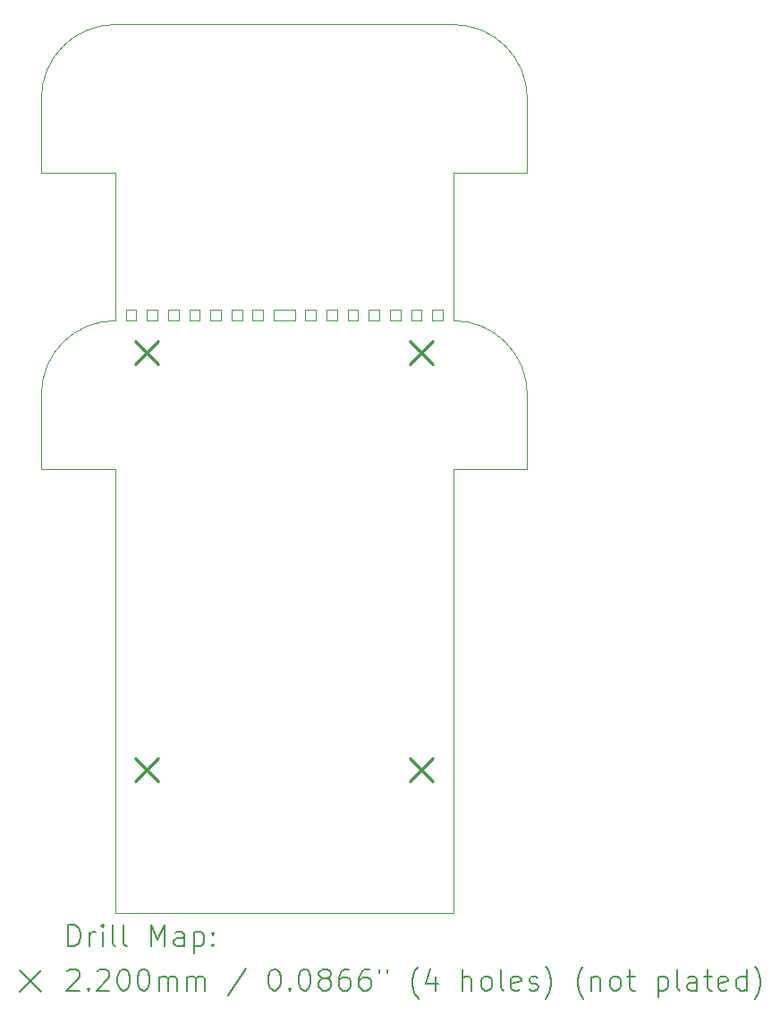
<source format=gbr>
%TF.GenerationSoftware,KiCad,Pcbnew,7.0.9*%
%TF.CreationDate,2024-02-03T23:12:48-08:00*%
%TF.ProjectId,micromouse,6d696372-6f6d-46f7-9573-652e6b696361,rev?*%
%TF.SameCoordinates,Original*%
%TF.FileFunction,Drillmap*%
%TF.FilePolarity,Positive*%
%FSLAX45Y45*%
G04 Gerber Fmt 4.5, Leading zero omitted, Abs format (unit mm)*
G04 Created by KiCad (PCBNEW 7.0.9) date 2024-02-03 23:12:48*
%MOMM*%
%LPD*%
G01*
G04 APERTURE LIST*
%ADD10C,0.100000*%
%ADD11C,0.200000*%
%ADD12C,0.220000*%
G04 APERTURE END LIST*
D10*
X14800000Y-8400000D02*
X14600000Y-8400000D01*
X14800000Y-8500000D02*
X14800000Y-8400000D01*
X14600000Y-8500000D02*
X14800000Y-8500000D01*
X14600000Y-8400000D02*
X14600000Y-8500000D01*
X14400000Y-8500000D02*
X14400000Y-8400000D01*
X14500000Y-8400000D02*
X14500000Y-8500000D01*
X14500000Y-8400000D02*
X14400000Y-8400000D01*
X14400000Y-8500000D02*
X14500000Y-8500000D01*
X14400000Y-8400000D02*
X14400000Y-8500000D01*
X14500000Y-8400000D02*
X14500000Y-8500000D01*
X14300000Y-8400000D02*
X14300000Y-8500000D01*
X14300000Y-8400000D02*
X14200000Y-8400000D01*
X14200000Y-8400000D02*
X14200000Y-8500000D01*
X14200000Y-8500000D02*
X14300000Y-8500000D01*
X14100000Y-8400000D02*
X14000000Y-8400000D01*
X14000000Y-8400000D02*
X14000000Y-8500000D01*
X14100000Y-8400000D02*
X14100000Y-8500000D01*
X14000000Y-8500000D02*
X14100000Y-8500000D01*
X13700000Y-8400000D02*
X13700000Y-8500000D01*
X13700000Y-8400000D02*
X13600000Y-8400000D01*
X13800000Y-8400000D02*
X13800000Y-8500000D01*
X13800000Y-8500000D02*
X13900000Y-8500000D01*
X13600000Y-8500000D02*
X13700000Y-8500000D01*
X13600000Y-8400000D02*
X13600000Y-8500000D01*
X13900000Y-8400000D02*
X13900000Y-8500000D01*
X13600000Y-8500000D02*
X13600000Y-8400000D01*
X13900000Y-8400000D02*
X13800000Y-8400000D01*
X13500000Y-8400000D02*
X13400000Y-8400000D01*
X13500000Y-8500000D02*
X13500000Y-8400000D01*
X13400000Y-8500000D02*
X13500000Y-8500000D01*
X13400000Y-8400000D02*
X13400000Y-8500000D01*
X13300000Y-8400000D02*
X13200000Y-8400000D01*
X13300000Y-8500000D02*
X13300000Y-8400000D01*
X13200000Y-8500000D02*
X13300000Y-8500000D01*
X13200000Y-8400000D02*
X13200000Y-8500000D01*
X15000000Y-8400000D02*
X14900000Y-8400000D01*
X15100000Y-8500000D02*
X15200000Y-8500000D01*
X14900000Y-8500000D02*
X15000000Y-8500000D01*
X15200000Y-8400000D02*
X15100000Y-8400000D01*
X15100000Y-8400000D02*
X15100000Y-8500000D01*
X15000000Y-8400000D02*
X15000000Y-8500000D01*
X14900000Y-8400000D02*
X14900000Y-8500000D01*
X15200000Y-8400000D02*
X15200000Y-8500000D01*
X15300000Y-8500000D02*
X15400000Y-8500000D01*
X15400000Y-8400000D02*
X15300000Y-8400000D01*
X15500000Y-8500000D02*
X15600000Y-8500000D01*
X15500000Y-8400000D02*
X15500000Y-8500000D01*
X15600000Y-8400000D02*
X15500000Y-8400000D01*
X15700000Y-8500000D02*
X15800000Y-8500000D01*
X15800000Y-8400000D02*
X15700000Y-8400000D01*
X15900000Y-8500000D02*
X16000000Y-8500000D01*
X16000000Y-8400000D02*
X15900000Y-8400000D01*
X16100000Y-8500000D02*
X16200000Y-8500000D01*
X16200000Y-8400000D02*
X16100000Y-8400000D01*
X16100000Y-8400000D02*
X16100000Y-8500000D01*
X15800000Y-8400000D02*
X15800000Y-8500000D01*
X16000000Y-8400000D02*
X16000000Y-8500000D01*
X15500000Y-8500000D02*
X15500000Y-8400000D01*
X15400000Y-8400000D02*
X15400000Y-8500000D01*
X15900000Y-8400000D02*
X15900000Y-8500000D01*
X15600000Y-8400000D02*
X15600000Y-8500000D01*
X15700000Y-8400000D02*
X15700000Y-8500000D01*
X15300000Y-8400000D02*
X15300000Y-8500000D01*
X17000000Y-6400000D02*
G75*
G03*
X16300000Y-5700000I-700000J0D01*
G01*
X13100000Y-5700000D02*
X16300000Y-5700000D01*
X12400000Y-7100000D02*
X12400000Y-6400000D01*
X13100000Y-8500000D02*
G75*
G03*
X12400000Y-9200000I0J-700000D01*
G01*
X16300000Y-8500000D02*
X16300000Y-7100000D01*
X12400000Y-9900000D02*
X13100000Y-9900000D01*
X12400000Y-7100000D02*
X13100000Y-7100000D01*
X13100000Y-14100000D02*
X16300000Y-14100000D01*
X16200000Y-8400000D02*
X16200000Y-8500000D01*
X13100000Y-14100000D02*
X13100000Y-9900000D01*
X17000000Y-9900000D02*
X17000000Y-9200000D01*
X17000000Y-7100000D02*
X17000000Y-6400000D01*
X13100000Y-7100000D02*
X13100000Y-8500000D01*
X17000000Y-9900000D02*
X16300000Y-9900000D01*
X16300000Y-9900000D02*
X16300000Y-14100000D01*
X12400000Y-9900000D02*
X12400000Y-9200000D01*
X17000000Y-9200000D02*
G75*
G03*
X16300000Y-8500000I-700000J0D01*
G01*
X17000000Y-7100000D02*
X16300000Y-7100000D01*
X13100000Y-5700000D02*
G75*
G03*
X12400000Y-6400000I0J-700000D01*
G01*
D11*
D12*
X13290000Y-8690000D02*
X13510000Y-8910000D01*
X13510000Y-8690000D02*
X13290000Y-8910000D01*
X13290000Y-12640000D02*
X13510000Y-12860000D01*
X13510000Y-12640000D02*
X13290000Y-12860000D01*
X15890000Y-8690000D02*
X16110000Y-8910000D01*
X16110000Y-8690000D02*
X15890000Y-8910000D01*
X15890000Y-12640000D02*
X16110000Y-12860000D01*
X16110000Y-12640000D02*
X15890000Y-12860000D01*
D11*
X12655777Y-14416484D02*
X12655777Y-14216484D01*
X12655777Y-14216484D02*
X12703396Y-14216484D01*
X12703396Y-14216484D02*
X12731967Y-14226008D01*
X12731967Y-14226008D02*
X12751015Y-14245055D01*
X12751015Y-14245055D02*
X12760538Y-14264103D01*
X12760538Y-14264103D02*
X12770062Y-14302198D01*
X12770062Y-14302198D02*
X12770062Y-14330769D01*
X12770062Y-14330769D02*
X12760538Y-14368865D01*
X12760538Y-14368865D02*
X12751015Y-14387912D01*
X12751015Y-14387912D02*
X12731967Y-14406960D01*
X12731967Y-14406960D02*
X12703396Y-14416484D01*
X12703396Y-14416484D02*
X12655777Y-14416484D01*
X12855777Y-14416484D02*
X12855777Y-14283150D01*
X12855777Y-14321246D02*
X12865300Y-14302198D01*
X12865300Y-14302198D02*
X12874824Y-14292674D01*
X12874824Y-14292674D02*
X12893872Y-14283150D01*
X12893872Y-14283150D02*
X12912919Y-14283150D01*
X12979586Y-14416484D02*
X12979586Y-14283150D01*
X12979586Y-14216484D02*
X12970062Y-14226008D01*
X12970062Y-14226008D02*
X12979586Y-14235531D01*
X12979586Y-14235531D02*
X12989110Y-14226008D01*
X12989110Y-14226008D02*
X12979586Y-14216484D01*
X12979586Y-14216484D02*
X12979586Y-14235531D01*
X13103396Y-14416484D02*
X13084348Y-14406960D01*
X13084348Y-14406960D02*
X13074824Y-14387912D01*
X13074824Y-14387912D02*
X13074824Y-14216484D01*
X13208157Y-14416484D02*
X13189110Y-14406960D01*
X13189110Y-14406960D02*
X13179586Y-14387912D01*
X13179586Y-14387912D02*
X13179586Y-14216484D01*
X13436729Y-14416484D02*
X13436729Y-14216484D01*
X13436729Y-14216484D02*
X13503396Y-14359341D01*
X13503396Y-14359341D02*
X13570062Y-14216484D01*
X13570062Y-14216484D02*
X13570062Y-14416484D01*
X13751015Y-14416484D02*
X13751015Y-14311722D01*
X13751015Y-14311722D02*
X13741491Y-14292674D01*
X13741491Y-14292674D02*
X13722443Y-14283150D01*
X13722443Y-14283150D02*
X13684348Y-14283150D01*
X13684348Y-14283150D02*
X13665300Y-14292674D01*
X13751015Y-14406960D02*
X13731967Y-14416484D01*
X13731967Y-14416484D02*
X13684348Y-14416484D01*
X13684348Y-14416484D02*
X13665300Y-14406960D01*
X13665300Y-14406960D02*
X13655777Y-14387912D01*
X13655777Y-14387912D02*
X13655777Y-14368865D01*
X13655777Y-14368865D02*
X13665300Y-14349817D01*
X13665300Y-14349817D02*
X13684348Y-14340293D01*
X13684348Y-14340293D02*
X13731967Y-14340293D01*
X13731967Y-14340293D02*
X13751015Y-14330769D01*
X13846253Y-14283150D02*
X13846253Y-14483150D01*
X13846253Y-14292674D02*
X13865300Y-14283150D01*
X13865300Y-14283150D02*
X13903396Y-14283150D01*
X13903396Y-14283150D02*
X13922443Y-14292674D01*
X13922443Y-14292674D02*
X13931967Y-14302198D01*
X13931967Y-14302198D02*
X13941491Y-14321246D01*
X13941491Y-14321246D02*
X13941491Y-14378388D01*
X13941491Y-14378388D02*
X13931967Y-14397436D01*
X13931967Y-14397436D02*
X13922443Y-14406960D01*
X13922443Y-14406960D02*
X13903396Y-14416484D01*
X13903396Y-14416484D02*
X13865300Y-14416484D01*
X13865300Y-14416484D02*
X13846253Y-14406960D01*
X14027205Y-14397436D02*
X14036729Y-14406960D01*
X14036729Y-14406960D02*
X14027205Y-14416484D01*
X14027205Y-14416484D02*
X14017681Y-14406960D01*
X14017681Y-14406960D02*
X14027205Y-14397436D01*
X14027205Y-14397436D02*
X14027205Y-14416484D01*
X14027205Y-14292674D02*
X14036729Y-14302198D01*
X14036729Y-14302198D02*
X14027205Y-14311722D01*
X14027205Y-14311722D02*
X14017681Y-14302198D01*
X14017681Y-14302198D02*
X14027205Y-14292674D01*
X14027205Y-14292674D02*
X14027205Y-14311722D01*
X12195000Y-14645000D02*
X12395000Y-14845000D01*
X12395000Y-14645000D02*
X12195000Y-14845000D01*
X12646253Y-14655531D02*
X12655777Y-14646008D01*
X12655777Y-14646008D02*
X12674824Y-14636484D01*
X12674824Y-14636484D02*
X12722443Y-14636484D01*
X12722443Y-14636484D02*
X12741491Y-14646008D01*
X12741491Y-14646008D02*
X12751015Y-14655531D01*
X12751015Y-14655531D02*
X12760538Y-14674579D01*
X12760538Y-14674579D02*
X12760538Y-14693627D01*
X12760538Y-14693627D02*
X12751015Y-14722198D01*
X12751015Y-14722198D02*
X12636729Y-14836484D01*
X12636729Y-14836484D02*
X12760538Y-14836484D01*
X12846253Y-14817436D02*
X12855777Y-14826960D01*
X12855777Y-14826960D02*
X12846253Y-14836484D01*
X12846253Y-14836484D02*
X12836729Y-14826960D01*
X12836729Y-14826960D02*
X12846253Y-14817436D01*
X12846253Y-14817436D02*
X12846253Y-14836484D01*
X12931967Y-14655531D02*
X12941491Y-14646008D01*
X12941491Y-14646008D02*
X12960538Y-14636484D01*
X12960538Y-14636484D02*
X13008158Y-14636484D01*
X13008158Y-14636484D02*
X13027205Y-14646008D01*
X13027205Y-14646008D02*
X13036729Y-14655531D01*
X13036729Y-14655531D02*
X13046253Y-14674579D01*
X13046253Y-14674579D02*
X13046253Y-14693627D01*
X13046253Y-14693627D02*
X13036729Y-14722198D01*
X13036729Y-14722198D02*
X12922443Y-14836484D01*
X12922443Y-14836484D02*
X13046253Y-14836484D01*
X13170062Y-14636484D02*
X13189110Y-14636484D01*
X13189110Y-14636484D02*
X13208158Y-14646008D01*
X13208158Y-14646008D02*
X13217681Y-14655531D01*
X13217681Y-14655531D02*
X13227205Y-14674579D01*
X13227205Y-14674579D02*
X13236729Y-14712674D01*
X13236729Y-14712674D02*
X13236729Y-14760293D01*
X13236729Y-14760293D02*
X13227205Y-14798388D01*
X13227205Y-14798388D02*
X13217681Y-14817436D01*
X13217681Y-14817436D02*
X13208158Y-14826960D01*
X13208158Y-14826960D02*
X13189110Y-14836484D01*
X13189110Y-14836484D02*
X13170062Y-14836484D01*
X13170062Y-14836484D02*
X13151015Y-14826960D01*
X13151015Y-14826960D02*
X13141491Y-14817436D01*
X13141491Y-14817436D02*
X13131967Y-14798388D01*
X13131967Y-14798388D02*
X13122443Y-14760293D01*
X13122443Y-14760293D02*
X13122443Y-14712674D01*
X13122443Y-14712674D02*
X13131967Y-14674579D01*
X13131967Y-14674579D02*
X13141491Y-14655531D01*
X13141491Y-14655531D02*
X13151015Y-14646008D01*
X13151015Y-14646008D02*
X13170062Y-14636484D01*
X13360538Y-14636484D02*
X13379586Y-14636484D01*
X13379586Y-14636484D02*
X13398634Y-14646008D01*
X13398634Y-14646008D02*
X13408158Y-14655531D01*
X13408158Y-14655531D02*
X13417681Y-14674579D01*
X13417681Y-14674579D02*
X13427205Y-14712674D01*
X13427205Y-14712674D02*
X13427205Y-14760293D01*
X13427205Y-14760293D02*
X13417681Y-14798388D01*
X13417681Y-14798388D02*
X13408158Y-14817436D01*
X13408158Y-14817436D02*
X13398634Y-14826960D01*
X13398634Y-14826960D02*
X13379586Y-14836484D01*
X13379586Y-14836484D02*
X13360538Y-14836484D01*
X13360538Y-14836484D02*
X13341491Y-14826960D01*
X13341491Y-14826960D02*
X13331967Y-14817436D01*
X13331967Y-14817436D02*
X13322443Y-14798388D01*
X13322443Y-14798388D02*
X13312919Y-14760293D01*
X13312919Y-14760293D02*
X13312919Y-14712674D01*
X13312919Y-14712674D02*
X13322443Y-14674579D01*
X13322443Y-14674579D02*
X13331967Y-14655531D01*
X13331967Y-14655531D02*
X13341491Y-14646008D01*
X13341491Y-14646008D02*
X13360538Y-14636484D01*
X13512919Y-14836484D02*
X13512919Y-14703150D01*
X13512919Y-14722198D02*
X13522443Y-14712674D01*
X13522443Y-14712674D02*
X13541491Y-14703150D01*
X13541491Y-14703150D02*
X13570062Y-14703150D01*
X13570062Y-14703150D02*
X13589110Y-14712674D01*
X13589110Y-14712674D02*
X13598634Y-14731722D01*
X13598634Y-14731722D02*
X13598634Y-14836484D01*
X13598634Y-14731722D02*
X13608158Y-14712674D01*
X13608158Y-14712674D02*
X13627205Y-14703150D01*
X13627205Y-14703150D02*
X13655777Y-14703150D01*
X13655777Y-14703150D02*
X13674824Y-14712674D01*
X13674824Y-14712674D02*
X13684348Y-14731722D01*
X13684348Y-14731722D02*
X13684348Y-14836484D01*
X13779586Y-14836484D02*
X13779586Y-14703150D01*
X13779586Y-14722198D02*
X13789110Y-14712674D01*
X13789110Y-14712674D02*
X13808158Y-14703150D01*
X13808158Y-14703150D02*
X13836729Y-14703150D01*
X13836729Y-14703150D02*
X13855777Y-14712674D01*
X13855777Y-14712674D02*
X13865300Y-14731722D01*
X13865300Y-14731722D02*
X13865300Y-14836484D01*
X13865300Y-14731722D02*
X13874824Y-14712674D01*
X13874824Y-14712674D02*
X13893872Y-14703150D01*
X13893872Y-14703150D02*
X13922443Y-14703150D01*
X13922443Y-14703150D02*
X13941491Y-14712674D01*
X13941491Y-14712674D02*
X13951015Y-14731722D01*
X13951015Y-14731722D02*
X13951015Y-14836484D01*
X14341491Y-14626960D02*
X14170062Y-14884103D01*
X14598634Y-14636484D02*
X14617682Y-14636484D01*
X14617682Y-14636484D02*
X14636729Y-14646008D01*
X14636729Y-14646008D02*
X14646253Y-14655531D01*
X14646253Y-14655531D02*
X14655777Y-14674579D01*
X14655777Y-14674579D02*
X14665301Y-14712674D01*
X14665301Y-14712674D02*
X14665301Y-14760293D01*
X14665301Y-14760293D02*
X14655777Y-14798388D01*
X14655777Y-14798388D02*
X14646253Y-14817436D01*
X14646253Y-14817436D02*
X14636729Y-14826960D01*
X14636729Y-14826960D02*
X14617682Y-14836484D01*
X14617682Y-14836484D02*
X14598634Y-14836484D01*
X14598634Y-14836484D02*
X14579586Y-14826960D01*
X14579586Y-14826960D02*
X14570062Y-14817436D01*
X14570062Y-14817436D02*
X14560539Y-14798388D01*
X14560539Y-14798388D02*
X14551015Y-14760293D01*
X14551015Y-14760293D02*
X14551015Y-14712674D01*
X14551015Y-14712674D02*
X14560539Y-14674579D01*
X14560539Y-14674579D02*
X14570062Y-14655531D01*
X14570062Y-14655531D02*
X14579586Y-14646008D01*
X14579586Y-14646008D02*
X14598634Y-14636484D01*
X14751015Y-14817436D02*
X14760539Y-14826960D01*
X14760539Y-14826960D02*
X14751015Y-14836484D01*
X14751015Y-14836484D02*
X14741491Y-14826960D01*
X14741491Y-14826960D02*
X14751015Y-14817436D01*
X14751015Y-14817436D02*
X14751015Y-14836484D01*
X14884348Y-14636484D02*
X14903396Y-14636484D01*
X14903396Y-14636484D02*
X14922443Y-14646008D01*
X14922443Y-14646008D02*
X14931967Y-14655531D01*
X14931967Y-14655531D02*
X14941491Y-14674579D01*
X14941491Y-14674579D02*
X14951015Y-14712674D01*
X14951015Y-14712674D02*
X14951015Y-14760293D01*
X14951015Y-14760293D02*
X14941491Y-14798388D01*
X14941491Y-14798388D02*
X14931967Y-14817436D01*
X14931967Y-14817436D02*
X14922443Y-14826960D01*
X14922443Y-14826960D02*
X14903396Y-14836484D01*
X14903396Y-14836484D02*
X14884348Y-14836484D01*
X14884348Y-14836484D02*
X14865301Y-14826960D01*
X14865301Y-14826960D02*
X14855777Y-14817436D01*
X14855777Y-14817436D02*
X14846253Y-14798388D01*
X14846253Y-14798388D02*
X14836729Y-14760293D01*
X14836729Y-14760293D02*
X14836729Y-14712674D01*
X14836729Y-14712674D02*
X14846253Y-14674579D01*
X14846253Y-14674579D02*
X14855777Y-14655531D01*
X14855777Y-14655531D02*
X14865301Y-14646008D01*
X14865301Y-14646008D02*
X14884348Y-14636484D01*
X15065301Y-14722198D02*
X15046253Y-14712674D01*
X15046253Y-14712674D02*
X15036729Y-14703150D01*
X15036729Y-14703150D02*
X15027205Y-14684103D01*
X15027205Y-14684103D02*
X15027205Y-14674579D01*
X15027205Y-14674579D02*
X15036729Y-14655531D01*
X15036729Y-14655531D02*
X15046253Y-14646008D01*
X15046253Y-14646008D02*
X15065301Y-14636484D01*
X15065301Y-14636484D02*
X15103396Y-14636484D01*
X15103396Y-14636484D02*
X15122443Y-14646008D01*
X15122443Y-14646008D02*
X15131967Y-14655531D01*
X15131967Y-14655531D02*
X15141491Y-14674579D01*
X15141491Y-14674579D02*
X15141491Y-14684103D01*
X15141491Y-14684103D02*
X15131967Y-14703150D01*
X15131967Y-14703150D02*
X15122443Y-14712674D01*
X15122443Y-14712674D02*
X15103396Y-14722198D01*
X15103396Y-14722198D02*
X15065301Y-14722198D01*
X15065301Y-14722198D02*
X15046253Y-14731722D01*
X15046253Y-14731722D02*
X15036729Y-14741246D01*
X15036729Y-14741246D02*
X15027205Y-14760293D01*
X15027205Y-14760293D02*
X15027205Y-14798388D01*
X15027205Y-14798388D02*
X15036729Y-14817436D01*
X15036729Y-14817436D02*
X15046253Y-14826960D01*
X15046253Y-14826960D02*
X15065301Y-14836484D01*
X15065301Y-14836484D02*
X15103396Y-14836484D01*
X15103396Y-14836484D02*
X15122443Y-14826960D01*
X15122443Y-14826960D02*
X15131967Y-14817436D01*
X15131967Y-14817436D02*
X15141491Y-14798388D01*
X15141491Y-14798388D02*
X15141491Y-14760293D01*
X15141491Y-14760293D02*
X15131967Y-14741246D01*
X15131967Y-14741246D02*
X15122443Y-14731722D01*
X15122443Y-14731722D02*
X15103396Y-14722198D01*
X15312920Y-14636484D02*
X15274824Y-14636484D01*
X15274824Y-14636484D02*
X15255777Y-14646008D01*
X15255777Y-14646008D02*
X15246253Y-14655531D01*
X15246253Y-14655531D02*
X15227205Y-14684103D01*
X15227205Y-14684103D02*
X15217682Y-14722198D01*
X15217682Y-14722198D02*
X15217682Y-14798388D01*
X15217682Y-14798388D02*
X15227205Y-14817436D01*
X15227205Y-14817436D02*
X15236729Y-14826960D01*
X15236729Y-14826960D02*
X15255777Y-14836484D01*
X15255777Y-14836484D02*
X15293872Y-14836484D01*
X15293872Y-14836484D02*
X15312920Y-14826960D01*
X15312920Y-14826960D02*
X15322443Y-14817436D01*
X15322443Y-14817436D02*
X15331967Y-14798388D01*
X15331967Y-14798388D02*
X15331967Y-14750769D01*
X15331967Y-14750769D02*
X15322443Y-14731722D01*
X15322443Y-14731722D02*
X15312920Y-14722198D01*
X15312920Y-14722198D02*
X15293872Y-14712674D01*
X15293872Y-14712674D02*
X15255777Y-14712674D01*
X15255777Y-14712674D02*
X15236729Y-14722198D01*
X15236729Y-14722198D02*
X15227205Y-14731722D01*
X15227205Y-14731722D02*
X15217682Y-14750769D01*
X15503396Y-14636484D02*
X15465301Y-14636484D01*
X15465301Y-14636484D02*
X15446253Y-14646008D01*
X15446253Y-14646008D02*
X15436729Y-14655531D01*
X15436729Y-14655531D02*
X15417682Y-14684103D01*
X15417682Y-14684103D02*
X15408158Y-14722198D01*
X15408158Y-14722198D02*
X15408158Y-14798388D01*
X15408158Y-14798388D02*
X15417682Y-14817436D01*
X15417682Y-14817436D02*
X15427205Y-14826960D01*
X15427205Y-14826960D02*
X15446253Y-14836484D01*
X15446253Y-14836484D02*
X15484348Y-14836484D01*
X15484348Y-14836484D02*
X15503396Y-14826960D01*
X15503396Y-14826960D02*
X15512920Y-14817436D01*
X15512920Y-14817436D02*
X15522443Y-14798388D01*
X15522443Y-14798388D02*
X15522443Y-14750769D01*
X15522443Y-14750769D02*
X15512920Y-14731722D01*
X15512920Y-14731722D02*
X15503396Y-14722198D01*
X15503396Y-14722198D02*
X15484348Y-14712674D01*
X15484348Y-14712674D02*
X15446253Y-14712674D01*
X15446253Y-14712674D02*
X15427205Y-14722198D01*
X15427205Y-14722198D02*
X15417682Y-14731722D01*
X15417682Y-14731722D02*
X15408158Y-14750769D01*
X15598634Y-14636484D02*
X15598634Y-14674579D01*
X15674824Y-14636484D02*
X15674824Y-14674579D01*
X15970063Y-14912674D02*
X15960539Y-14903150D01*
X15960539Y-14903150D02*
X15941491Y-14874579D01*
X15941491Y-14874579D02*
X15931967Y-14855531D01*
X15931967Y-14855531D02*
X15922444Y-14826960D01*
X15922444Y-14826960D02*
X15912920Y-14779341D01*
X15912920Y-14779341D02*
X15912920Y-14741246D01*
X15912920Y-14741246D02*
X15922444Y-14693627D01*
X15922444Y-14693627D02*
X15931967Y-14665055D01*
X15931967Y-14665055D02*
X15941491Y-14646008D01*
X15941491Y-14646008D02*
X15960539Y-14617436D01*
X15960539Y-14617436D02*
X15970063Y-14607912D01*
X16131967Y-14703150D02*
X16131967Y-14836484D01*
X16084348Y-14626960D02*
X16036729Y-14769817D01*
X16036729Y-14769817D02*
X16160539Y-14769817D01*
X16389110Y-14836484D02*
X16389110Y-14636484D01*
X16474825Y-14836484D02*
X16474825Y-14731722D01*
X16474825Y-14731722D02*
X16465301Y-14712674D01*
X16465301Y-14712674D02*
X16446253Y-14703150D01*
X16446253Y-14703150D02*
X16417682Y-14703150D01*
X16417682Y-14703150D02*
X16398634Y-14712674D01*
X16398634Y-14712674D02*
X16389110Y-14722198D01*
X16598634Y-14836484D02*
X16579586Y-14826960D01*
X16579586Y-14826960D02*
X16570063Y-14817436D01*
X16570063Y-14817436D02*
X16560539Y-14798388D01*
X16560539Y-14798388D02*
X16560539Y-14741246D01*
X16560539Y-14741246D02*
X16570063Y-14722198D01*
X16570063Y-14722198D02*
X16579586Y-14712674D01*
X16579586Y-14712674D02*
X16598634Y-14703150D01*
X16598634Y-14703150D02*
X16627206Y-14703150D01*
X16627206Y-14703150D02*
X16646253Y-14712674D01*
X16646253Y-14712674D02*
X16655777Y-14722198D01*
X16655777Y-14722198D02*
X16665301Y-14741246D01*
X16665301Y-14741246D02*
X16665301Y-14798388D01*
X16665301Y-14798388D02*
X16655777Y-14817436D01*
X16655777Y-14817436D02*
X16646253Y-14826960D01*
X16646253Y-14826960D02*
X16627206Y-14836484D01*
X16627206Y-14836484D02*
X16598634Y-14836484D01*
X16779587Y-14836484D02*
X16760539Y-14826960D01*
X16760539Y-14826960D02*
X16751015Y-14807912D01*
X16751015Y-14807912D02*
X16751015Y-14636484D01*
X16931968Y-14826960D02*
X16912920Y-14836484D01*
X16912920Y-14836484D02*
X16874825Y-14836484D01*
X16874825Y-14836484D02*
X16855777Y-14826960D01*
X16855777Y-14826960D02*
X16846253Y-14807912D01*
X16846253Y-14807912D02*
X16846253Y-14731722D01*
X16846253Y-14731722D02*
X16855777Y-14712674D01*
X16855777Y-14712674D02*
X16874825Y-14703150D01*
X16874825Y-14703150D02*
X16912920Y-14703150D01*
X16912920Y-14703150D02*
X16931968Y-14712674D01*
X16931968Y-14712674D02*
X16941491Y-14731722D01*
X16941491Y-14731722D02*
X16941491Y-14750769D01*
X16941491Y-14750769D02*
X16846253Y-14769817D01*
X17017682Y-14826960D02*
X17036729Y-14836484D01*
X17036729Y-14836484D02*
X17074825Y-14836484D01*
X17074825Y-14836484D02*
X17093872Y-14826960D01*
X17093872Y-14826960D02*
X17103396Y-14807912D01*
X17103396Y-14807912D02*
X17103396Y-14798388D01*
X17103396Y-14798388D02*
X17093872Y-14779341D01*
X17093872Y-14779341D02*
X17074825Y-14769817D01*
X17074825Y-14769817D02*
X17046253Y-14769817D01*
X17046253Y-14769817D02*
X17027206Y-14760293D01*
X17027206Y-14760293D02*
X17017682Y-14741246D01*
X17017682Y-14741246D02*
X17017682Y-14731722D01*
X17017682Y-14731722D02*
X17027206Y-14712674D01*
X17027206Y-14712674D02*
X17046253Y-14703150D01*
X17046253Y-14703150D02*
X17074825Y-14703150D01*
X17074825Y-14703150D02*
X17093872Y-14712674D01*
X17170063Y-14912674D02*
X17179587Y-14903150D01*
X17179587Y-14903150D02*
X17198634Y-14874579D01*
X17198634Y-14874579D02*
X17208158Y-14855531D01*
X17208158Y-14855531D02*
X17217682Y-14826960D01*
X17217682Y-14826960D02*
X17227206Y-14779341D01*
X17227206Y-14779341D02*
X17227206Y-14741246D01*
X17227206Y-14741246D02*
X17217682Y-14693627D01*
X17217682Y-14693627D02*
X17208158Y-14665055D01*
X17208158Y-14665055D02*
X17198634Y-14646008D01*
X17198634Y-14646008D02*
X17179587Y-14617436D01*
X17179587Y-14617436D02*
X17170063Y-14607912D01*
X17531968Y-14912674D02*
X17522444Y-14903150D01*
X17522444Y-14903150D02*
X17503396Y-14874579D01*
X17503396Y-14874579D02*
X17493872Y-14855531D01*
X17493872Y-14855531D02*
X17484349Y-14826960D01*
X17484349Y-14826960D02*
X17474825Y-14779341D01*
X17474825Y-14779341D02*
X17474825Y-14741246D01*
X17474825Y-14741246D02*
X17484349Y-14693627D01*
X17484349Y-14693627D02*
X17493872Y-14665055D01*
X17493872Y-14665055D02*
X17503396Y-14646008D01*
X17503396Y-14646008D02*
X17522444Y-14617436D01*
X17522444Y-14617436D02*
X17531968Y-14607912D01*
X17608158Y-14703150D02*
X17608158Y-14836484D01*
X17608158Y-14722198D02*
X17617682Y-14712674D01*
X17617682Y-14712674D02*
X17636729Y-14703150D01*
X17636729Y-14703150D02*
X17665301Y-14703150D01*
X17665301Y-14703150D02*
X17684349Y-14712674D01*
X17684349Y-14712674D02*
X17693872Y-14731722D01*
X17693872Y-14731722D02*
X17693872Y-14836484D01*
X17817682Y-14836484D02*
X17798634Y-14826960D01*
X17798634Y-14826960D02*
X17789110Y-14817436D01*
X17789110Y-14817436D02*
X17779587Y-14798388D01*
X17779587Y-14798388D02*
X17779587Y-14741246D01*
X17779587Y-14741246D02*
X17789110Y-14722198D01*
X17789110Y-14722198D02*
X17798634Y-14712674D01*
X17798634Y-14712674D02*
X17817682Y-14703150D01*
X17817682Y-14703150D02*
X17846253Y-14703150D01*
X17846253Y-14703150D02*
X17865301Y-14712674D01*
X17865301Y-14712674D02*
X17874825Y-14722198D01*
X17874825Y-14722198D02*
X17884349Y-14741246D01*
X17884349Y-14741246D02*
X17884349Y-14798388D01*
X17884349Y-14798388D02*
X17874825Y-14817436D01*
X17874825Y-14817436D02*
X17865301Y-14826960D01*
X17865301Y-14826960D02*
X17846253Y-14836484D01*
X17846253Y-14836484D02*
X17817682Y-14836484D01*
X17941491Y-14703150D02*
X18017682Y-14703150D01*
X17970063Y-14636484D02*
X17970063Y-14807912D01*
X17970063Y-14807912D02*
X17979587Y-14826960D01*
X17979587Y-14826960D02*
X17998634Y-14836484D01*
X17998634Y-14836484D02*
X18017682Y-14836484D01*
X18236730Y-14703150D02*
X18236730Y-14903150D01*
X18236730Y-14712674D02*
X18255777Y-14703150D01*
X18255777Y-14703150D02*
X18293872Y-14703150D01*
X18293872Y-14703150D02*
X18312920Y-14712674D01*
X18312920Y-14712674D02*
X18322444Y-14722198D01*
X18322444Y-14722198D02*
X18331968Y-14741246D01*
X18331968Y-14741246D02*
X18331968Y-14798388D01*
X18331968Y-14798388D02*
X18322444Y-14817436D01*
X18322444Y-14817436D02*
X18312920Y-14826960D01*
X18312920Y-14826960D02*
X18293872Y-14836484D01*
X18293872Y-14836484D02*
X18255777Y-14836484D01*
X18255777Y-14836484D02*
X18236730Y-14826960D01*
X18446253Y-14836484D02*
X18427206Y-14826960D01*
X18427206Y-14826960D02*
X18417682Y-14807912D01*
X18417682Y-14807912D02*
X18417682Y-14636484D01*
X18608158Y-14836484D02*
X18608158Y-14731722D01*
X18608158Y-14731722D02*
X18598634Y-14712674D01*
X18598634Y-14712674D02*
X18579587Y-14703150D01*
X18579587Y-14703150D02*
X18541491Y-14703150D01*
X18541491Y-14703150D02*
X18522444Y-14712674D01*
X18608158Y-14826960D02*
X18589111Y-14836484D01*
X18589111Y-14836484D02*
X18541491Y-14836484D01*
X18541491Y-14836484D02*
X18522444Y-14826960D01*
X18522444Y-14826960D02*
X18512920Y-14807912D01*
X18512920Y-14807912D02*
X18512920Y-14788865D01*
X18512920Y-14788865D02*
X18522444Y-14769817D01*
X18522444Y-14769817D02*
X18541491Y-14760293D01*
X18541491Y-14760293D02*
X18589111Y-14760293D01*
X18589111Y-14760293D02*
X18608158Y-14750769D01*
X18674825Y-14703150D02*
X18751015Y-14703150D01*
X18703396Y-14636484D02*
X18703396Y-14807912D01*
X18703396Y-14807912D02*
X18712920Y-14826960D01*
X18712920Y-14826960D02*
X18731968Y-14836484D01*
X18731968Y-14836484D02*
X18751015Y-14836484D01*
X18893872Y-14826960D02*
X18874825Y-14836484D01*
X18874825Y-14836484D02*
X18836730Y-14836484D01*
X18836730Y-14836484D02*
X18817682Y-14826960D01*
X18817682Y-14826960D02*
X18808158Y-14807912D01*
X18808158Y-14807912D02*
X18808158Y-14731722D01*
X18808158Y-14731722D02*
X18817682Y-14712674D01*
X18817682Y-14712674D02*
X18836730Y-14703150D01*
X18836730Y-14703150D02*
X18874825Y-14703150D01*
X18874825Y-14703150D02*
X18893872Y-14712674D01*
X18893872Y-14712674D02*
X18903396Y-14731722D01*
X18903396Y-14731722D02*
X18903396Y-14750769D01*
X18903396Y-14750769D02*
X18808158Y-14769817D01*
X19074825Y-14836484D02*
X19074825Y-14636484D01*
X19074825Y-14826960D02*
X19055777Y-14836484D01*
X19055777Y-14836484D02*
X19017682Y-14836484D01*
X19017682Y-14836484D02*
X18998634Y-14826960D01*
X18998634Y-14826960D02*
X18989111Y-14817436D01*
X18989111Y-14817436D02*
X18979587Y-14798388D01*
X18979587Y-14798388D02*
X18979587Y-14741246D01*
X18979587Y-14741246D02*
X18989111Y-14722198D01*
X18989111Y-14722198D02*
X18998634Y-14712674D01*
X18998634Y-14712674D02*
X19017682Y-14703150D01*
X19017682Y-14703150D02*
X19055777Y-14703150D01*
X19055777Y-14703150D02*
X19074825Y-14712674D01*
X19151015Y-14912674D02*
X19160539Y-14903150D01*
X19160539Y-14903150D02*
X19179587Y-14874579D01*
X19179587Y-14874579D02*
X19189111Y-14855531D01*
X19189111Y-14855531D02*
X19198634Y-14826960D01*
X19198634Y-14826960D02*
X19208158Y-14779341D01*
X19208158Y-14779341D02*
X19208158Y-14741246D01*
X19208158Y-14741246D02*
X19198634Y-14693627D01*
X19198634Y-14693627D02*
X19189111Y-14665055D01*
X19189111Y-14665055D02*
X19179587Y-14646008D01*
X19179587Y-14646008D02*
X19160539Y-14617436D01*
X19160539Y-14617436D02*
X19151015Y-14607912D01*
M02*

</source>
